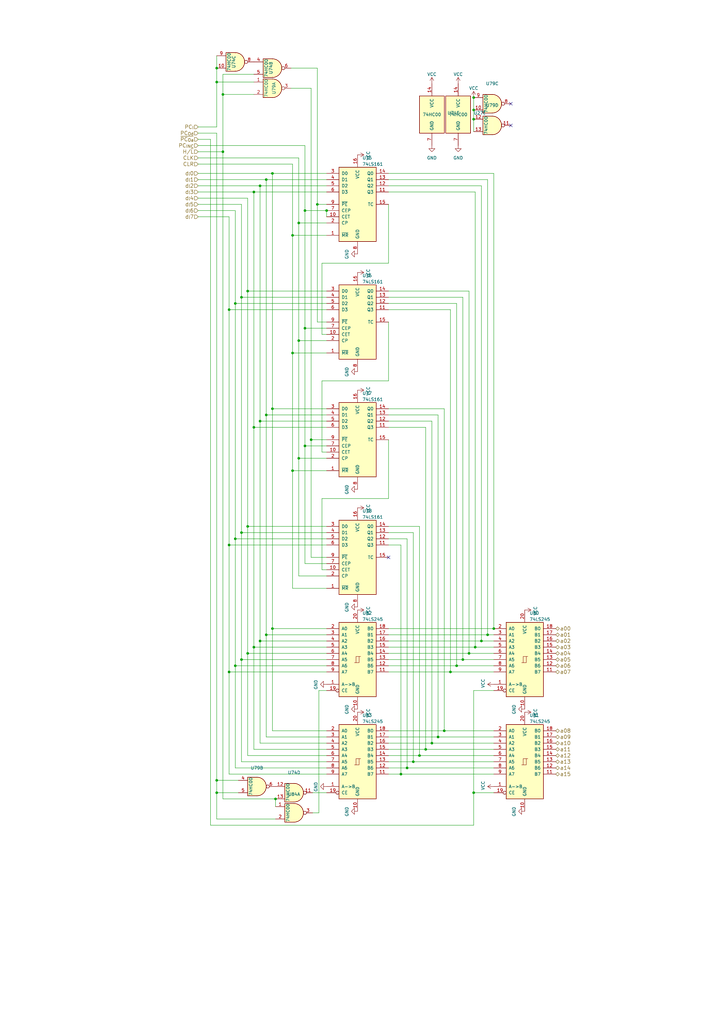
<source format=kicad_sch>
(kicad_sch (version 20230121) (generator eeschema)
  (paper "A3" portrait)
  (lib_symbols
    (symbol "74xx:74HC00" (pin_names (offset 1.016))
      (property "Reference" "U" (at 0 1.27 0))
      (property "Value" "74HC00" (at 0 -1.27 0))
      (symbol "74HC00_1_1"
        (arc (start 0 -3.81) (mid 3.7934 0) (end 0 3.81) (stroke (width 0.254)) (fill (type background)))
        (polyline (pts (xy 0 3.81) (xy -3.81 3.81) (xy -3.81 -3.81) (xy 0 -3.81)) (stroke (width 0.254)) (fill (type background)))
        (pin input line (at -7.62 2.54 0) (length 3.81) (name "~") (number "1"))
        (pin input line (at -7.62 -2.54 0) (length 3.81) (name "~") (number "2"))
        (pin output inverted (at 7.62 0 180) (length 3.81) (name "~") (number "3"))
      )
      (symbol "74HC00_1_2"
        (arc (start -3.81 -3.81) (mid -2.589 0) (end -3.81 3.81) (stroke (width 0.254)))
        (arc (start -0.6096 -3.81) (mid 2.1842 -2.5851) (end 3.81 0) (stroke (width 0.254)) (fill (type background)))
        (polyline (pts (xy -3.81 -3.81) (xy -0.635 -3.81)) (stroke (width 0.254)) (fill (type background)))
        (polyline (pts (xy -3.81 3.81) (xy -0.635 3.81)) (stroke (width 0.254)) (fill (type background)))
        (polyline (pts (xy -0.635 3.81) (xy -3.81 3.81) (xy -3.81 3.81) (xy -3.556 3.4036) (xy -3.0226 2.2606) (xy -2.6924 1.0414) (xy -2.6162 -0.254) (xy -2.7686 -1.4986) (xy -3.175 -2.7178) (xy -3.81 -3.81) (xy -3.81 -3.81) (xy -0.635 -3.81)) (stroke (width -25.4)) (fill (type background)))
        (arc (start 3.81 0) (mid 2.1915 2.5936) (end -0.6096 3.81) (stroke (width 0.254)) (fill (type background)))
        (pin input inverted (at -7.62 2.54 0) (length 4.318) (name "~") (number "1"))
        (pin input inverted (at -7.62 -2.54 0) (length 4.318) (name "~") (number "2"))
        (pin output line (at 7.62 0 180) (length 3.81) (name "~") (number "3"))
      )
      (symbol "74HC00_2_1"
        (arc (start 0 -3.81) (mid 3.7934 0) (end 0 3.81) (stroke (width 0.254)) (fill (type background)))
        (polyline (pts (xy 0 3.81) (xy -3.81 3.81) (xy -3.81 -3.81) (xy 0 -3.81)) (stroke (width 0.254)) (fill (type background)))
        (pin input line (at -7.62 2.54 0) (length 3.81) (name "~") (number "4"))
        (pin input line (at -7.62 -2.54 0) (length 3.81) (name "~") (number "5"))
        (pin output inverted (at 7.62 0 180) (length 3.81) (name "~") (number "6"))
      )
      (symbol "74HC00_2_2"
        (arc (start -3.81 -3.81) (mid -2.589 0) (end -3.81 3.81) (stroke (width 0.254)))
        (arc (start -0.6096 -3.81) (mid 2.1842 -2.5851) (end 3.81 0) (stroke (width 0.254)) (fill (type background)))
        (polyline (pts (xy -3.81 -3.81) (xy -0.635 -3.81)) (stroke (width 0.254)) (fill (type background)))
        (polyline (pts (xy -3.81 3.81) (xy -0.635 3.81)) (stroke (width 0.254)) (fill (type background)))
        (polyline (pts (xy -0.635 3.81) (xy -3.81 3.81) (xy -3.81 3.81) (xy -3.556 3.4036) (xy -3.0226 2.2606) (xy -2.6924 1.0414) (xy -2.6162 -0.254) (xy -2.7686 -1.4986) (xy -3.175 -2.7178) (xy -3.81 -3.81) (xy -3.81 -3.81) (xy -0.635 -3.81)) (stroke (width -25.4)) (fill (type background)))
        (arc (start 3.81 0) (mid 2.1915 2.5936) (end -0.6096 3.81) (stroke (width 0.254)) (fill (type background)))
        (pin input inverted (at -7.62 2.54 0) (length 4.318) (name "~") (number "4"))
        (pin input inverted (at -7.62 -2.54 0) (length 4.318) (name "~") (number "5"))
        (pin output line (at 7.62 0 180) (length 3.81) (name "~") (number "6"))
      )
      (symbol "74HC00_3_1"
        (arc (start 0 -3.81) (mid 3.7934 0) (end 0 3.81) (stroke (width 0.254)) (fill (type background)))
        (polyline (pts (xy 0 3.81) (xy -3.81 3.81) (xy -3.81 -3.81) (xy 0 -3.81)) (stroke (width 0.254)) (fill (type background)))
        (pin input line (at -7.62 -2.54 0) (length 3.81) (name "~") (number "10"))
        (pin output inverted (at 7.62 0 180) (length 3.81) (name "~") (number "8"))
        (pin input line (at -7.62 2.54 0) (length 3.81) (name "~") (number "9"))
      )
      (symbol "74HC00_3_2"
        (arc (start -3.81 -3.81) (mid -2.589 0) (end -3.81 3.81) (stroke (width 0.254)))
        (arc (start -0.6096 -3.81) (mid 2.1842 -2.5851) (end 3.81 0) (stroke (width 0.254)) (fill (type background)))
        (polyline (pts (xy -3.81 -3.81) (xy -0.635 -3.81)) (stroke (width 0.254)) (fill (type background)))
        (polyline (pts (xy -3.81 3.81) (xy -0.635 3.81)) (stroke (width 0.254)) (fill (type background)))
        (polyline (pts (xy -0.635 3.81) (xy -3.81 3.81) (xy -3.81 3.81) (xy -3.556 3.4036) (xy -3.0226 2.2606) (xy -2.6924 1.0414) (xy -2.6162 -0.254) (xy -2.7686 -1.4986) (xy -3.175 -2.7178) (xy -3.81 -3.81) (xy -3.81 -3.81) (xy -0.635 -3.81)) (stroke (width -25.4)) (fill (type background)))
        (arc (start 3.81 0) (mid 2.1915 2.5936) (end -0.6096 3.81) (stroke (width 0.254)) (fill (type background)))
        (pin input inverted (at -7.62 -2.54 0) (length 4.318) (name "~") (number "10"))
        (pin output line (at 7.62 0 180) (length 3.81) (name "~") (number "8"))
        (pin input inverted (at -7.62 2.54 0) (length 4.318) (name "~") (number "9"))
      )
      (symbol "74HC00_4_1"
        (arc (start 0 -3.81) (mid 3.7934 0) (end 0 3.81) (stroke (width 0.254)) (fill (type background)))
        (polyline (pts (xy 0 3.81) (xy -3.81 3.81) (xy -3.81 -3.81) (xy 0 -3.81)) (stroke (width 0.254)) (fill (type background)))
        (pin output inverted (at 7.62 0 180) (length 3.81) (name "~") (number "11"))
        (pin input line (at -7.62 2.54 0) (length 3.81) (name "~") (number "12"))
        (pin input line (at -7.62 -2.54 0) (length 3.81) (name "~") (number "13"))
      )
      (symbol "74HC00_4_2"
        (arc (start -3.81 -3.81) (mid -2.589 0) (end -3.81 3.81) (stroke (width 0.254)))
        (arc (start -0.6096 -3.81) (mid 2.1842 -2.5851) (end 3.81 0) (stroke (width 0.254)) (fill (type background)))
        (polyline (pts (xy -3.81 -3.81) (xy -0.635 -3.81)) (stroke (width 0.254)) (fill (type background)))
        (polyline (pts (xy -3.81 3.81) (xy -0.635 3.81)) (stroke (width 0.254)) (fill (type background)))
        (polyline (pts (xy -0.635 3.81) (xy -3.81 3.81) (xy -3.81 3.81) (xy -3.556 3.4036) (xy -3.0226 2.2606) (xy -2.6924 1.0414) (xy -2.6162 -0.254) (xy -2.7686 -1.4986) (xy -3.175 -2.7178) (xy -3.81 -3.81) (xy -3.81 -3.81) (xy -0.635 -3.81)) (stroke (width -25.4)) (fill (type background)))
        (arc (start 3.81 0) (mid 2.1915 2.5936) (end -0.6096 3.81) (stroke (width 0.254)) (fill (type background)))
        (pin output line (at 7.62 0 180) (length 3.81) (name "~") (number "11"))
        (pin input inverted (at -7.62 2.54 0) (length 4.318) (name "~") (number "12"))
        (pin input inverted (at -7.62 -2.54 0) (length 4.318) (name "~") (number "13"))
      )
      (symbol "74HC00_5_0"
        (pin power_in line (at 0 12.7 270) (length 5.08) (name "VCC") (number "14"))
        (pin power_in line (at 0 -12.7 90) (length 5.08) (name "GND") (number "7"))
      )
      (symbol "74HC00_5_1"
        (rectangle (start -5.08 7.62) (end 5.08 -7.62) (stroke (width 0.254)) (fill (type background)))
      )
    )
    (symbol "74xx:74LS161" (pin_names (offset 1.016))
      (property "Reference" "U" (at -7.62 16.51 0))
      (property "Value" "74LS161" (at -7.62 -16.51 0))
      (symbol "74LS161_1_0"
        (pin input line (at -12.7 -12.7 0) (length 5.08) (name "~{MR}") (number "1"))
        (pin input line (at -12.7 -5.08 0) (length 5.08) (name "CET") (number "10"))
        (pin output line (at 12.7 5.08 180) (length 5.08) (name "Q3") (number "11"))
        (pin output line (at 12.7 7.62 180) (length 5.08) (name "Q2") (number "12"))
        (pin output line (at 12.7 10.16 180) (length 5.08) (name "Q1") (number "13"))
        (pin output line (at 12.7 12.7 180) (length 5.08) (name "Q0") (number "14"))
        (pin output line (at 12.7 0 180) (length 5.08) (name "TC") (number "15"))
        (pin power_in line (at 0 20.32 270) (length 5.08) (name "VCC") (number "16"))
        (pin input line (at -12.7 -7.62 0) (length 5.08) (name "CP") (number "2"))
        (pin input line (at -12.7 12.7 0) (length 5.08) (name "D0") (number "3"))
        (pin input line (at -12.7 10.16 0) (length 5.08) (name "D1") (number "4"))
        (pin input line (at -12.7 7.62 0) (length 5.08) (name "D2") (number "5"))
        (pin input line (at -12.7 5.08 0) (length 5.08) (name "D3") (number "6"))
        (pin input line (at -12.7 -2.54 0) (length 5.08) (name "CEP") (number "7"))
        (pin power_in line (at 0 -20.32 90) (length 5.08) (name "GND") (number "8"))
        (pin input line (at -12.7 0 0) (length 5.08) (name "~{PE}") (number "9"))
      )
      (symbol "74LS161_1_1"
        (rectangle (start -7.62 15.24) (end 7.62 -15.24) (stroke (width 0.254)) (fill (type background)))
      )
    )
    (symbol "74xx:74LS245" (pin_names (offset 1.016))
      (property "Reference" "U" (at -7.62 16.51 0))
      (property "Value" "74LS245" (at -7.62 -16.51 0))
      (symbol "74LS245_1_0"
        (polyline (pts (xy -0.635 -1.27) (xy -0.635 1.27) (xy 0.635 1.27)))
        (polyline (pts (xy -1.27 -1.27) (xy 0.635 -1.27) (xy 0.635 1.27) (xy 1.27 1.27)))
        (pin input line (at -12.7 -10.16 0) (length 5.08) (name "A->B") (number "1"))
        (pin power_in line (at 0 -20.32 90) (length 5.08) (name "GND") (number "10"))
        (pin tri_state line (at 12.7 -5.08 180) (length 5.08) (name "B7") (number "11"))
        (pin tri_state line (at 12.7 -2.54 180) (length 5.08) (name "B6") (number "12"))
        (pin tri_state line (at 12.7 0 180) (length 5.08) (name "B5") (number "13"))
        (pin tri_state line (at 12.7 2.54 180) (length 5.08) (name "B4") (number "14"))
        (pin tri_state line (at 12.7 5.08 180) (length 5.08) (name "B3") (number "15"))
        (pin tri_state line (at 12.7 7.62 180) (length 5.08) (name "B2") (number "16"))
        (pin tri_state line (at 12.7 10.16 180) (length 5.08) (name "B1") (number "17"))
        (pin tri_state line (at 12.7 12.7 180) (length 5.08) (name "B0") (number "18"))
        (pin input inverted (at -12.7 -12.7 0) (length 5.08) (name "CE") (number "19"))
        (pin tri_state line (at -12.7 12.7 0) (length 5.08) (name "A0") (number "2"))
        (pin power_in line (at 0 20.32 270) (length 5.08) (name "VCC") (number "20"))
        (pin tri_state line (at -12.7 10.16 0) (length 5.08) (name "A1") (number "3"))
        (pin tri_state line (at -12.7 7.62 0) (length 5.08) (name "A2") (number "4"))
        (pin tri_state line (at -12.7 5.08 0) (length 5.08) (name "A3") (number "5"))
        (pin tri_state line (at -12.7 2.54 0) (length 5.08) (name "A4") (number "6"))
        (pin tri_state line (at -12.7 0 0) (length 5.08) (name "A5") (number "7"))
        (pin tri_state line (at -12.7 -2.54 0) (length 5.08) (name "A6") (number "8"))
        (pin tri_state line (at -12.7 -5.08 0) (length 5.08) (name "A7") (number "9"))
      )
      (symbol "74LS245_1_1"
        (rectangle (start -7.62 15.24) (end 7.62 -15.24) (stroke (width 0.254)) (fill (type background)))
      )
    )
    (symbol "power:GND" (power) (pin_names (offset 0))
      (property "Value" "GND" (at 0 -3.81 0))
      (symbol "GND_0_1"
        (polyline (pts (xy 0 0) (xy 0 -1.27) (xy 1.27 -1.27) (xy 0 -2.54) (xy -1.27 -1.27) (xy 0 -1.27)))
      )
      (symbol "GND_1_1"
        (pin power_in line (at 0 0 270) (length 0) hide (name "GND") (number "1"))
      )
    )
    (symbol "power:VCC" (power) (pin_names (offset 0))
      (property "Value" "VCC" (at 0 3.81 0))
      (symbol "VCC_0_1"
        (polyline (pts (xy -0.762 1.27) (xy 0 2.54)))
        (polyline (pts (xy 0 0) (xy 0 2.54)))
        (polyline (pts (xy 0 2.54) (xy 0.762 1.27)))
      )
      (symbol "VCC_1_1"
        (pin power_in line (at 0 0 90) (length 0) hide (name "VCC") (number "1"))
      )
    )
  )
  (junction (at 93.98 223.52))
  (junction (at 88.9 33.655))
  (junction (at 167.005 314.96))
  (junction (at 101.6 119.38))
  (junction (at 182.245 299.72))
  (junction (at 99.06 218.44))
  (junction (at 179.705 302.26))
  (junction (at 99.06 270.51))
  (junction (at 96.52 273.05))
  (junction (at 104.14 265.43))
  (junction (at 125.095 134.62))
  (junction (at 169.545 312.42))
  (junction (at 174.625 307.34))
  (junction (at 111.76 257.81))
  (junction (at 120.015 144.78))
  (junction (at 130.175 83.82))
  (junction (at 187.325 273.05))
  (junction (at 91.44 38.735))
  (junction (at 164.465 317.5))
  (junction (at 184.785 275.59))
  (junction (at 200.025 260.35))
  (junction (at 111.76 167.64))
  (junction (at 194.31 45.085))
  (junction (at 109.22 73.66))
  (junction (at 106.68 76.2))
  (junction (at 122.555 187.96))
  (junction (at 177.165 304.8))
  (junction (at 189.865 270.51))
  (junction (at 194.31 48.895))
  (junction (at 120.015 193.04))
  (junction (at 172.085 309.88))
  (junction (at 125.095 182.88))
  (junction (at 120.015 96.52))
  (junction (at 194.31 325.12))
  (junction (at 202.565 257.81))
  (junction (at 88.9 320.04))
  (junction (at 99.06 121.92))
  (junction (at 127.635 180.34))
  (junction (at 109.22 170.18))
  (junction (at 101.6 215.9))
  (junction (at 106.68 172.72))
  (junction (at 194.945 265.43))
  (junction (at 194.31 40.005))
  (junction (at 109.22 260.35))
  (junction (at 96.52 124.46))
  (junction (at 113.03 327.66))
  (junction (at 91.44 62.23))
  (junction (at 106.68 262.89))
  (junction (at 111.76 71.12))
  (junction (at 104.14 78.74))
  (junction (at 122.555 91.44))
  (junction (at 96.52 220.98))
  (junction (at 122.555 139.7))
  (junction (at 197.485 262.89))
  (junction (at 88.9 27.94))
  (junction (at 125.095 86.36))
  (junction (at 93.98 127))
  (junction (at 192.405 267.97))
  (junction (at 104.14 175.26))
  (junction (at 93.98 275.59))
  (junction (at 88.9 325.12))
  (junction (at 101.6 267.97))
  (junction (at 133.985 86.36))
  (no_connect (at 209.55 42.545))
  (no_connect (at 159.385 228.6))
  (no_connect (at 209.55 51.435))
  (wire (pts (xy 101.6 215.9) (xy 101.6 267.97)))
  (wire (pts (xy 93.98 127) (xy 93.98 223.52)))
  (wire (pts (xy 133.985 241.3) (xy 120.015 241.3)))
  (wire (pts (xy 194.31 325.12) (xy 194.31 338.455)))
  (wire (pts (xy 177.165 172.72) (xy 177.165 304.8)))
  (wire (pts (xy 133.985 273.05) (xy 96.52 273.05)))
  (wire (pts (xy 159.385 312.42) (xy 169.545 312.42)))
  (wire (pts (xy 109.22 260.35) (xy 109.22 302.26)))
  (wire (pts (xy 88.9 33.655) (xy 104.14 33.655)))
  (wire (pts (xy 133.985 257.81) (xy 111.76 257.81)))
  (wire (pts (xy 99.06 83.82) (xy 81.28 83.82)))
  (wire (pts (xy 133.985 302.26) (xy 109.22 302.26)))
  (wire (pts (xy 192.405 267.97) (xy 202.565 267.97)))
  (wire (pts (xy 133.985 220.98) (xy 96.52 220.98)))
  (wire (pts (xy 194.31 40.005) (xy 194.31 45.085)))
  (wire (pts (xy 202.565 325.12) (xy 194.31 325.12)))
  (wire (pts (xy 200.025 73.66) (xy 200.025 260.35)))
  (wire (pts (xy 133.985 86.36) (xy 125.095 86.36)))
  (wire (pts (xy 167.005 220.98) (xy 167.005 314.96)))
  (wire (pts (xy 120.015 67.31) (xy 120.015 96.52)))
  (wire (pts (xy 132.08 156.21) (xy 132.08 185.42)))
  (wire (pts (xy 93.98 275.59) (xy 93.98 317.5)))
  (wire (pts (xy 122.555 187.96) (xy 122.555 236.22)))
  (wire (pts (xy 187.325 273.05) (xy 202.565 273.05)))
  (wire (pts (xy 133.985 119.38) (xy 101.6 119.38)))
  (wire (pts (xy 130.81 283.21) (xy 130.81 333.375)))
  (wire (pts (xy 194.31 283.21) (xy 202.565 283.21)))
  (wire (pts (xy 179.705 302.26) (xy 202.565 302.26)))
  (wire (pts (xy 182.245 167.64) (xy 182.245 299.72)))
  (wire (pts (xy 159.385 76.2) (xy 197.485 76.2)))
  (wire (pts (xy 97.79 325.12) (xy 88.9 325.12)))
  (wire (pts (xy 122.555 64.77) (xy 81.28 64.77)))
  (wire (pts (xy 104.14 78.74) (xy 81.28 78.74)))
  (wire (pts (xy 159.385 78.74) (xy 194.945 78.74)))
  (wire (pts (xy 119.38 27.94) (xy 130.175 27.94)))
  (wire (pts (xy 101.6 119.38) (xy 101.6 81.28)))
  (wire (pts (xy 113.03 330.835) (xy 113.03 327.66)))
  (wire (pts (xy 133.985 121.92) (xy 99.06 121.92)))
  (wire (pts (xy 194.31 45.085) (xy 194.31 48.895)))
  (wire (pts (xy 133.985 167.64) (xy 111.76 167.64)))
  (wire (pts (xy 133.985 309.88) (xy 101.6 309.88)))
  (wire (pts (xy 133.985 73.66) (xy 109.22 73.66)))
  (wire (pts (xy 96.52 124.46) (xy 96.52 86.36)))
  (wire (pts (xy 133.985 312.42) (xy 99.06 312.42)))
  (wire (pts (xy 133.985 71.12) (xy 111.76 71.12)))
  (wire (pts (xy 133.985 193.04) (xy 120.015 193.04)))
  (wire (pts (xy 192.405 119.38) (xy 192.405 267.97)))
  (wire (pts (xy 104.14 78.74) (xy 104.14 175.26)))
  (wire (pts (xy 133.985 187.96) (xy 122.555 187.96)))
  (wire (pts (xy 128.27 325.12) (xy 133.985 325.12)))
  (wire (pts (xy 189.865 121.92) (xy 159.385 121.92)))
  (wire (pts (xy 159.385 132.08) (xy 159.385 156.21)))
  (wire (pts (xy 189.865 121.92) (xy 189.865 270.51)))
  (wire (pts (xy 184.785 127) (xy 184.785 275.59)))
  (wire (pts (xy 111.76 257.81) (xy 111.76 299.72)))
  (wire (pts (xy 106.68 172.72) (xy 106.68 262.89)))
  (wire (pts (xy 192.405 119.38) (xy 159.385 119.38)))
  (wire (pts (xy 88.9 27.94) (xy 88.9 22.86)))
  (wire (pts (xy 172.085 215.9) (xy 172.085 309.88)))
  (wire (pts (xy 88.9 27.94) (xy 88.9 33.655)))
  (wire (pts (xy 111.76 71.12) (xy 111.76 167.64)))
  (wire (pts (xy 133.985 223.52) (xy 93.98 223.52)))
  (wire (pts (xy 88.9 325.12) (xy 88.9 320.04)))
  (wire (pts (xy 88.9 33.655) (xy 88.9 52.07)))
  (wire (pts (xy 133.985 262.89) (xy 106.68 262.89)))
  (wire (pts (xy 182.245 299.72) (xy 202.565 299.72)))
  (wire (pts (xy 159.385 156.21) (xy 132.08 156.21)))
  (wire (pts (xy 81.28 62.23) (xy 91.44 62.23)))
  (wire (pts (xy 88.9 335.915) (xy 113.03 335.915)))
  (wire (pts (xy 133.985 304.8) (xy 106.68 304.8)))
  (wire (pts (xy 159.385 265.43) (xy 194.945 265.43)))
  (wire (pts (xy 133.985 218.44) (xy 99.06 218.44)))
  (wire (pts (xy 174.625 307.34) (xy 159.385 307.34)))
  (wire (pts (xy 133.985 299.72) (xy 111.76 299.72)))
  (wire (pts (xy 169.545 218.44) (xy 159.385 218.44)))
  (wire (pts (xy 133.985 260.35) (xy 109.22 260.35)))
  (wire (pts (xy 106.68 76.2) (xy 106.68 172.72)))
  (wire (pts (xy 133.985 182.88) (xy 125.095 182.88)))
  (wire (pts (xy 133.985 144.78) (xy 120.015 144.78)))
  (wire (pts (xy 133.985 265.43) (xy 104.14 265.43)))
  (wire (pts (xy 133.985 307.34) (xy 104.14 307.34)))
  (wire (pts (xy 194.31 48.895) (xy 194.31 53.975)))
  (wire (pts (xy 159.385 204.47) (xy 132.08 204.47)))
  (wire (pts (xy 200.025 260.35) (xy 202.565 260.35)))
  (wire (pts (xy 182.245 299.72) (xy 159.385 299.72)))
  (wire (pts (xy 101.6 267.97) (xy 101.6 309.88)))
  (wire (pts (xy 101.6 119.38) (xy 101.6 215.9)))
  (wire (pts (xy 187.325 273.05) (xy 159.385 273.05)))
  (wire (pts (xy 125.095 134.62) (xy 125.095 182.88)))
  (wire (pts (xy 133.985 134.62) (xy 125.095 134.62)))
  (wire (pts (xy 99.06 270.51) (xy 99.06 312.42)))
  (wire (pts (xy 91.44 327.66) (xy 113.03 327.66)))
  (wire (pts (xy 101.6 81.28) (xy 81.28 81.28)))
  (wire (pts (xy 122.555 139.7) (xy 122.555 187.96)))
  (wire (pts (xy 133.985 175.26) (xy 104.14 175.26)))
  (wire (pts (xy 179.705 170.18) (xy 179.705 302.26)))
  (wire (pts (xy 194.31 325.12) (xy 194.31 283.21)))
  (wire (pts (xy 159.385 304.8) (xy 177.165 304.8)))
  (wire (pts (xy 172.085 215.9) (xy 159.385 215.9)))
  (wire (pts (xy 133.985 185.42) (xy 132.08 185.42)))
  (wire (pts (xy 93.98 88.9) (xy 81.28 88.9)))
  (wire (pts (xy 104.14 265.43) (xy 104.14 307.34)))
  (wire (pts (xy 133.985 267.97) (xy 101.6 267.97)))
  (wire (pts (xy 96.52 86.36) (xy 81.28 86.36)))
  (wire (pts (xy 133.985 236.22) (xy 122.555 236.22)))
  (wire (pts (xy 120.015 144.78) (xy 120.015 193.04)))
  (wire (pts (xy 174.625 307.34) (xy 202.565 307.34)))
  (wire (pts (xy 133.985 96.52) (xy 120.015 96.52)))
  (wire (pts (xy 88.9 325.12) (xy 88.9 335.915)))
  (wire (pts (xy 130.175 27.94) (xy 130.175 83.82)))
  (wire (pts (xy 97.79 320.04) (xy 88.9 320.04)))
  (wire (pts (xy 127.635 36.195) (xy 127.635 180.34)))
  (wire (pts (xy 120.015 96.52) (xy 120.015 144.78)))
  (wire (pts (xy 159.385 262.89) (xy 197.485 262.89)))
  (wire (pts (xy 184.785 275.59) (xy 159.385 275.59)))
  (wire (pts (xy 167.005 220.98) (xy 159.385 220.98)))
  (wire (pts (xy 127.635 180.34) (xy 127.635 228.6)))
  (wire (pts (xy 133.985 139.7) (xy 122.555 139.7)))
  (wire (pts (xy 125.095 86.36) (xy 125.095 134.62)))
  (wire (pts (xy 133.985 180.34) (xy 127.635 180.34)))
  (wire (pts (xy 159.385 309.88) (xy 172.085 309.88)))
  (wire (pts (xy 125.095 59.69) (xy 81.28 59.69)))
  (wire (pts (xy 109.22 73.66) (xy 81.28 73.66)))
  (wire (pts (xy 184.785 275.59) (xy 202.565 275.59)))
  (wire (pts (xy 96.52 273.05) (xy 96.52 314.96)))
  (wire (pts (xy 174.625 175.26) (xy 159.385 175.26)))
  (wire (pts (xy 194.945 265.43) (xy 202.565 265.43)))
  (wire (pts (xy 104.14 175.26) (xy 104.14 265.43)))
  (wire (pts (xy 106.68 76.2) (xy 81.28 76.2)))
  (wire (pts (xy 109.22 170.18) (xy 109.22 260.35)))
  (wire (pts (xy 133.985 83.82) (xy 130.175 83.82)))
  (wire (pts (xy 132.08 107.95) (xy 132.08 137.16)))
  (wire (pts (xy 164.465 317.5) (xy 202.565 317.5)))
  (wire (pts (xy 133.985 270.51) (xy 99.06 270.51)))
  (wire (pts (xy 133.985 215.9) (xy 101.6 215.9)))
  (wire (pts (xy 122.555 91.44) (xy 122.555 139.7)))
  (wire (pts (xy 133.985 132.08) (xy 130.175 132.08)))
  (wire (pts (xy 81.28 57.15) (xy 86.36 57.15)))
  (wire (pts (xy 169.545 218.44) (xy 169.545 312.42)))
  (wire (pts (xy 88.9 52.07) (xy 81.28 52.07)))
  (wire (pts (xy 111.76 71.12) (xy 81.28 71.12)))
  (wire (pts (xy 159.385 73.66) (xy 200.025 73.66)))
  (wire (pts (xy 172.085 309.88) (xy 202.565 309.88)))
  (wire (pts (xy 122.555 64.77) (xy 122.555 91.44)))
  (wire (pts (xy 86.36 338.455) (xy 194.31 338.455)))
  (wire (pts (xy 93.98 127) (xy 93.98 88.9)))
  (wire (pts (xy 133.985 78.74) (xy 104.14 78.74)))
  (wire (pts (xy 125.095 231.14) (xy 133.985 231.14)))
  (wire (pts (xy 133.985 137.16) (xy 132.08 137.16)))
  (wire (pts (xy 133.985 170.18) (xy 109.22 170.18)))
  (wire (pts (xy 133.985 275.59) (xy 93.98 275.59)))
  (wire (pts (xy 125.095 182.88) (xy 125.095 231.14)))
  (wire (pts (xy 202.565 71.12) (xy 159.385 71.12)))
  (wire (pts (xy 133.985 124.46) (xy 96.52 124.46)))
  (wire (pts (xy 182.245 167.64) (xy 159.385 167.64)))
  (wire (pts (xy 194.945 78.74) (xy 194.945 265.43)))
  (wire (pts (xy 99.06 121.92) (xy 99.06 83.82)))
  (wire (pts (xy 174.625 175.26) (xy 174.625 307.34)))
  (wire (pts (xy 159.385 107.95) (xy 132.08 107.95)))
  (wire (pts (xy 128.27 333.375) (xy 130.81 333.375)))
  (wire (pts (xy 169.545 312.42) (xy 202.565 312.42)))
  (wire (pts (xy 187.325 124.46) (xy 187.325 273.05)))
  (wire (pts (xy 99.06 121.92) (xy 99.06 218.44)))
  (wire (pts (xy 179.705 302.26) (xy 159.385 302.26)))
  (wire (pts (xy 91.44 30.48) (xy 91.44 38.735)))
  (wire (pts (xy 197.485 262.89) (xy 202.565 262.89)))
  (wire (pts (xy 119.38 36.195) (xy 127.635 36.195)))
  (wire (pts (xy 167.005 314.96) (xy 202.565 314.96)))
  (wire (pts (xy 91.44 38.735) (xy 91.44 62.23)))
  (wire (pts (xy 91.44 38.735) (xy 104.14 38.735)))
  (wire (pts (xy 133.985 314.96) (xy 96.52 314.96)))
  (wire (pts (xy 159.385 260.35) (xy 200.025 260.35)))
  (wire (pts (xy 91.44 62.23) (xy 91.44 327.66)))
  (wire (pts (xy 202.565 71.12) (xy 202.565 257.81)))
  (wire (pts (xy 133.985 127) (xy 93.98 127)))
  (wire (pts (xy 133.985 86.36) (xy 133.985 88.9)))
  (wire (pts (xy 159.385 172.72) (xy 177.165 172.72)))
  (wire (pts (xy 106.68 262.89) (xy 106.68 304.8)))
  (wire (pts (xy 164.465 223.52) (xy 159.385 223.52)))
  (wire (pts (xy 187.325 124.46) (xy 159.385 124.46)))
  (wire (pts (xy 133.985 233.68) (xy 132.08 233.68)))
  (wire (pts (xy 189.865 270.51) (xy 159.385 270.51)))
  (wire (pts (xy 133.985 228.6) (xy 127.635 228.6)))
  (wire (pts (xy 111.76 167.64) (xy 111.76 257.81)))
  (wire (pts (xy 96.52 220.98) (xy 96.52 273.05)))
  (wire (pts (xy 133.985 76.2) (xy 106.68 76.2)))
  (wire (pts (xy 120.015 67.31) (xy 81.28 67.31)))
  (wire (pts (xy 93.98 223.52) (xy 93.98 275.59)))
  (wire (pts (xy 177.165 304.8) (xy 202.565 304.8)))
  (wire (pts (xy 192.405 267.97) (xy 159.385 267.97)))
  (wire (pts (xy 133.985 172.72) (xy 106.68 172.72)))
  (wire (pts (xy 164.465 223.52) (xy 164.465 317.5)))
  (wire (pts (xy 202.565 257.81) (xy 159.385 257.81)))
  (wire (pts (xy 88.9 54.61) (xy 88.9 320.04)))
  (wire (pts (xy 133.985 317.5) (xy 93.98 317.5)))
  (wire (pts (xy 120.015 193.04) (xy 120.015 241.3)))
  (wire (pts (xy 109.22 73.66) (xy 109.22 170.18)))
  (wire (pts (xy 197.485 76.2) (xy 197.485 262.89)))
  (wire (pts (xy 104.14 30.48) (xy 91.44 30.48)))
  (wire (pts (xy 159.385 83.82) (xy 159.385 107.95)))
  (wire (pts (xy 184.785 127) (xy 159.385 127)))
  (wire (pts (xy 99.06 218.44) (xy 99.06 270.51)))
  (wire (pts (xy 159.385 180.34) (xy 159.385 204.47)))
  (wire (pts (xy 132.08 204.47) (xy 132.08 233.68)))
  (wire (pts (xy 130.81 283.21) (xy 133.985 283.21)))
  (wire (pts (xy 81.28 54.61) (xy 88.9 54.61)))
  (wire (pts (xy 125.095 59.69) (xy 125.095 86.36)))
  (wire (pts (xy 96.52 124.46) (xy 96.52 220.98)))
  (wire (pts (xy 159.385 314.96) (xy 167.005 314.96)))
  (wire (pts (xy 86.36 57.15) (xy 86.36 338.455)))
  (wire (pts (xy 179.705 170.18) (xy 159.385 170.18)))
  (wire (pts (xy 159.385 317.5) (xy 164.465 317.5)))
  (wire (pts (xy 189.865 270.51) (xy 202.565 270.51)))
  (wire (pts (xy 133.985 91.44) (xy 122.555 91.44)))
  (wire (pts (xy 130.175 83.82) (xy 130.175 132.08)))
  (hierarchical_label "d_{i}0" (shape input) (at 81.28 71.12 180) (effects (font (size 1.524 1.524))))
  (hierarchical_label "d_{i}2" (shape input) (at 81.28 76.2 180) (effects (font (size 1.524 1.524))))
  (hierarchical_label "a10" (shape tri_state) (at 227.965 304.8 0) (effects (font (size 1.524 1.524))))
  (hierarchical_label "a04" (shape tri_state) (at 227.965 267.97 0) (effects (font (size 1.524 1.524))))
  (hierarchical_label "a01" (shape tri_state) (at 227.965 260.35 0) (effects (font (size 1.524 1.524))))
  (hierarchical_label "d_{i}6" (shape input) (at 81.28 86.36 180) (effects (font (size 1.524 1.524))))
  (hierarchical_label "CLK" (shape input) (at 81.28 64.77 180) (effects (font (size 1.524 1.524))))
  (hierarchical_label "a03" (shape tri_state) (at 227.965 265.43 0) (effects (font (size 1.524 1.524))))
  (hierarchical_label "a06" (shape tri_state) (at 227.965 273.05 0) (effects (font (size 1.524 1.524))))
  (hierarchical_label "a08" (shape tri_state) (at 227.965 299.72 0) (effects (font (size 1.524 1.524))))
  (hierarchical_label "~{PC_{Oa}}" (shape input) (at 81.28 57.15 180) (effects (font (size 1.524 1.524))))
  (hierarchical_label "a05" (shape tri_state) (at 227.965 270.51 0) (effects (font (size 1.524 1.524))))
  (hierarchical_label "a12" (shape tri_state) (at 227.965 309.88 0) (effects (font (size 1.524 1.524))))
  (hierarchical_label "d_{i}4" (shape input) (at 81.28 81.28 180) (effects (font (size 1.524 1.524))))
  (hierarchical_label "H{slash}~{L}" (shape input) (at 81.28 62.23 180) (effects (font (size 1.524 1.524))))
  (hierarchical_label "a11" (shape tri_state) (at 227.965 307.34 0) (effects (font (size 1.524 1.524))))
  (hierarchical_label "d_{i}5" (shape input) (at 81.28 83.82 180) (effects (font (size 1.524 1.524))))
  (hierarchical_label "d_{i}7" (shape input) (at 81.28 88.9 180) (effects (font (size 1.524 1.524))))
  (hierarchical_label "PC_{Od}" (shape input) (at 81.28 54.61 180) (effects (font (size 1.524 1.524))))
  (hierarchical_label "d_{i}3" (shape input) (at 81.28 78.74 180) (effects (font (size 1.524 1.524))))
  (hierarchical_label "d_{i}1" (shape input) (at 81.28 73.66 180) (effects (font (size 1.524 1.524))))
  (hierarchical_label "a15" (shape tri_state) (at 227.965 317.5 0) (effects (font (size 1.524 1.524))))
  (hierarchical_label "CLR" (shape input) (at 81.28 67.31 180) (effects (font (size 1.524 1.524))))
  (hierarchical_label "PC_{INC}" (shape input) (at 81.28 59.69 180) (effects (font (size 1.524 1.524))))
  (hierarchical_label "a02" (shape tri_state) (at 227.965 262.89 0) (effects (font (size 1.524 1.524))))
  (hierarchical_label "PC_{I}" (shape input) (at 81.28 52.07 180) (effects (font (size 1.524 1.524))))
  (hierarchical_label "a09" (shape tri_state) (at 227.965 302.26 0) (effects (font (size 1.524 1.524))))
  (hierarchical_label "a14" (shape tri_state) (at 227.965 314.96 0) (effects (font (size 1.524 1.524))))
  (hierarchical_label "a13" (shape tri_state) (at 227.965 312.42 0) (effects (font (size 1.524 1.524))))
  (hierarchical_label "a07" (shape tri_state) (at 227.965 275.59 0) (effects (font (size 1.524 1.524))))
  (hierarchical_label "a00" (shape tri_state) (at 227.965 257.81 0) (effects (font (size 1.524 1.524))))
  (symbol (lib_id "74xx:74HC00") (at 120.65 333.375 0) (unit 1)
    (property "Reference" "U84" (at 120.6417 325.755 0))
    (property "Value" "74HC00" (at 118.1017 333.375 90))
    (property "Datasheet" "http://www.ti.com/lit/gpn/sn74hc00" (effects hide))
  )
  (symbol (lib_id "74xx:74HC00") (at 105.41 322.58 0) (unit 2)
    (property "Reference" "U79" (at 105.4017 314.96 0))
    (property "Value" "74HC00" (at 102.8617 322.58 90))
    (property "Datasheet" "http://www.ti.com/lit/gpn/sn74hc00" (effects hide))
  )
  (symbol (lib_id "power:VCC") (at 202.565 322.58 90) (unit 1)
    (property "Reference" "#PWR0117" (effects hide))
    (property "Value" "VCC" (at 198.1708 322.199 0))
    (instances (project "8bit-computer" (path "" (reference "#PWR0117") (unit 1)) (path "" (reference "#PWR0184") (unit 1)) (path "" (reference "#PWR0262") (unit 1))))
  )
  (symbol (lib_id "power:VCC") (at 202.565 280.67 90) (unit 1)
    (property "Reference" "#PWR0117" (effects hide))
    (property "Value" "VCC" (at 198.1708 280.289 0))
    (instances (project "8bit-computer" (path "" (reference "#PWR0117") (unit 1)) (path "" (reference "#PWR0184") (unit 1)) (path "" (reference "#PWR0261") (unit 1))))
  )
  (symbol (lib_id "74xx:74HC00") (at 187.96 46.99 0) (unit 5)
    (property "Reference" "U27" (at 194.31 46.355 0) (effects (justify left)))
    (property "Value" "74HC00" (at 184.15 46.99 0) (effects (justify left)))
    (property "Datasheet" "http://www.ti.com/lit/gpn/sn74hc00" (effects hide))
  )
  (symbol (lib_id "74xx:74HC00") (at 201.93 42.545 0) (unit 3)
    (property "Reference" "U79" (at 201.9217 34.29 0))
    (property "Value" "74HC00" (at 199.3817 42.545 90))
    (property "Datasheet" "http://www.ti.com/lit/gpn/sn74hc00" (effects hide))
  )
  (symbol (lib_id "power:VCC") (at 146.685 250.19 270) (unit 1)
    (property "Reference" "#PWR0117" (effects hide))
    (property "Value" "VCC" (at 151.0792 250.571 0))
    (instances (project "8bit-computer" (path "" (reference "#PWR0117") (unit 1)) (path "" (reference "#PWR0184") (unit 1)) (path "" (reference "#PWR0263") (unit 1))))
  )
  (symbol (lib_id "74xx:74HC00") (at 96.52 25.4 0) (unit 3)
    (property "Reference" "U74" (at 95.8767 25.4 90))
    (property "Value" "74HC00" (at 93.9717 25.4 90))
    (property "Datasheet" "http://www.ti.com/lit/gpn/sn74hc00" (effects hide))
  )
  (symbol (lib_id "74xx:74LS245") (at 215.265 312.42 0) (unit 1)
    (property "Reference" "U81" (at 217.2209 293.37 0) (effects (justify left)))
    (property "Value" "74LS245" (at 217.2209 295.91 0) (effects (justify left)))
    (property "Datasheet" "http://www.ti.com/lit/gpn/sn74LS245" (effects hide))
  )
  (symbol (lib_id "power:GND") (at 133.985 322.58 270) (unit 1)
    (property "Reference" "#PWR0116" (effects hide))
    (property "Value" "GND" (at 129.5908 322.707 0))
    (instances (project "8bit-computer" (path "" (reference "#PWR0116") (unit 1)) (path "" (reference "#PWR0183") (unit 1)) (path "" (reference "#PWR0268") (unit 1))))
  )
  (symbol (lib_id "power:GND") (at 146.685 152.4 270) (unit 1)
    (property "Reference" "#PWR0114" (effects hide))
    (property "Value" "GND" (at 142.2908 152.527 0))
    (instances (project "8bit-computer" (path "" (reference "#PWR0114") (unit 1)) (path "" (reference "#PWR0181") (unit 1)) (path "" (reference "#PWR0248") (unit 1))))
  )
  (symbol (lib_id "power:GND") (at 146.685 290.83 270) (unit 1)
    (property "Reference" "#PWR0116" (effects hide))
    (property "Value" "GND" (at 142.2908 290.957 0))
    (instances (project "8bit-computer" (path "" (reference "#PWR0116") (unit 1)) (path "" (reference "#PWR0183") (unit 1)) (path "" (reference "#PWR0264") (unit 1))))
  )
  (symbol (lib_id "74xx:74HC00") (at 120.65 325.12 0) (unit 4)
    (property "Reference" "U74" (at 120.6417 316.865 0))
    (property "Value" "74HC00" (at 118.1017 324.993 90))
    (property "Datasheet" "http://www.ti.com/lit/gpn/sn74hc00" (effects hide))
  )
  (symbol (lib_id "power:GND") (at 215.265 332.74 270) (unit 1)
    (property "Reference" "#PWR0116" (effects hide))
    (property "Value" "GND" (at 210.8708 332.867 0))
    (instances (project "8bit-computer" (path "" (reference "#PWR0116") (unit 1)) (path "" (reference "#PWR0183") (unit 1)) (path "" (reference "#PWR0259") (unit 1))))
  )
  (symbol (lib_id "74xx:74LS161") (at 146.685 132.08 0) (unit 1)
    (property "Reference" "U76" (at 148.6409 113.03 0) (effects (justify left)))
    (property "Value" "74LS161" (at 148.6409 115.57 0) (effects (justify left)))
    (property "Datasheet" "http://www.ti.com/lit/gpn/sn74LS161" (effects hide))
  )
  (symbol (lib_id "74xx:74LS245") (at 146.685 312.42 0) (unit 1)
    (property "Reference" "U83" (at 148.6409 293.37 0) (effects (justify left)))
    (property "Value" "74LS245" (at 148.6409 295.91 0) (effects (justify left)))
    (property "Datasheet" "http://www.ti.com/lit/gpn/sn74LS245" (effects hide))
  )
  (symbol (lib_id "74xx:74LS161") (at 146.685 180.34 0) (unit 1)
    (property "Reference" "U77" (at 148.6409 161.29 0) (effects (justify left)))
    (property "Value" "74LS161" (at 148.6409 163.83 0) (effects (justify left)))
    (property "Datasheet" "http://www.ti.com/lit/gpn/sn74LS161" (effects hide))
  )
  (symbol (lib_id "power:VCC") (at 146.685 292.1 270) (unit 1)
    (property "Reference" "#PWR0117" (effects hide))
    (property "Value" "VCC" (at 151.0792 292.481 0))
    (instances (project "8bit-computer" (path "" (reference "#PWR0117") (unit 1)) (path "" (reference "#PWR0184") (unit 1)) (path "" (reference "#PWR0265") (unit 1))))
  )
  (symbol (lib_id "74xx:74LS245") (at 215.265 270.51 0) (unit 1)
    (property "Reference" "U80" (at 217.2209 251.46 0) (effects (justify left)))
    (property "Value" "74LS245" (at 217.2209 254 0) (effects (justify left)))
    (property "Datasheet" "http://www.ti.com/lit/gpn/sn74LS245" (effects hide))
  )
  (symbol (lib_id "74xx:74HC00") (at 177.165 46.99 0) (unit 5)
    (property "Reference" "U74" (at 183.515 46.355 0) (effects (justify left)))
    (property "Value" "74HC00" (at 173.355 46.99 0) (effects (justify left)))
    (property "Datasheet" "http://www.ti.com/lit/gpn/sn74hc00" (effects hide))
  )
  (symbol (lib_id "74xx:74HC00") (at 111.76 36.195 0) (unit 1)
    (property "Reference" "U79" (at 112.3867 38.735 90) (effects (justify left)))
    (property "Value" "74HC00" (at 109.2117 40.005 90) (effects (justify left)))
    (property "Datasheet" "http://www.ti.com/lit/gpn/sn74hc00" (effects hide))
  )
  (symbol (lib_id "power:VCC") (at 146.685 208.28 270) (unit 1)
    (property "Reference" "#PWR0117" (effects hide))
    (property "Value" "VCC" (at 151.0792 208.661 0))
    (instances (project "8bit-computer" (path "" (reference "#PWR0117") (unit 1)) (path "" (reference "#PWR0184") (unit 1)) (path "" (reference "#PWR0253") (unit 1))))
  )
  (symbol (lib_id "power:GND") (at 146.685 104.14 270) (unit 1)
    (property "Reference" "#PWR0112" (effects hide))
    (property "Value" "GND" (at 142.2908 104.267 0))
    (instances (project "8bit-computer" (path "" (reference "#PWR0112") (unit 1)) (path "" (reference "#PWR0179") (unit 1)) (path "" (reference "#PWR093") (unit 1))))
  )
  (symbol (lib_id "power:VCC") (at 177.165 34.29 0) (unit 1)
    (property "Reference" "#PWR0269" (effects hide))
    (property "Value" "VCC" (at 177.165 30.48 0))
  )
  (symbol (lib_id "power:VCC") (at 146.685 111.76 270) (unit 1)
    (property "Reference" "#PWR0113" (effects hide))
    (property "Value" "VCC" (at 151.0792 112.141 0))
    (instances (project "8bit-computer" (path "" (reference "#PWR0113") (unit 1)) (path "" (reference "#PWR0180") (unit 1)) (path "" (reference "#PWR094") (unit 1))))
  )
  (symbol (lib_id "power:VCC") (at 215.265 292.1 270) (unit 1)
    (property "Reference" "#PWR0117" (effects hide))
    (property "Value" "VCC" (at 219.6592 292.481 0))
    (instances (project "8bit-computer" (path "" (reference "#PWR0117") (unit 1)) (path "" (reference "#PWR0184") (unit 1)) (path "" (reference "#PWR0258") (unit 1))))
  )
  (symbol (lib_id "74xx:74LS161") (at 146.685 228.6 0) (unit 1)
    (property "Reference" "U78" (at 148.6409 209.55 0) (effects (justify left)))
    (property "Value" "74LS161" (at 148.6409 212.09 0) (effects (justify left)))
    (property "Datasheet" "http://www.ti.com/lit/gpn/sn74LS161" (effects hide))
  )
  (symbol (lib_id "power:GND") (at 146.685 248.92 270) (unit 1)
    (property "Reference" "#PWR0118" (effects hide))
    (property "Value" "GND" (at 142.2908 249.047 0))
    (instances (project "8bit-computer" (path "" (reference "#PWR0118") (unit 1)) (path "" (reference "#PWR0185") (unit 1)) (path "" (reference "#PWR0254") (unit 1))))
  )
  (symbol (lib_id "power:GND") (at 187.96 59.69 0) (unit 1)
    (property "Reference" "#PWR0256" (effects hide))
    (property "Value" "GND" (at 187.96 64.77 0))
  )
  (symbol (lib_id "power:VCC") (at 146.685 63.5 270) (unit 1)
    (property "Reference" "#PWR0111" (effects hide))
    (property "Value" "VCC" (at 151.0792 63.881 0))
    (instances (project "8bit-computer" (path "" (reference "#PWR0111") (unit 1)) (path "" (reference "#PWR058") (unit 1)) (path "" (reference "#PWR092") (unit 1))))
  )
  (symbol (lib_id "power:GND") (at 215.265 290.83 270) (unit 1)
    (property "Reference" "#PWR0116" (effects hide))
    (property "Value" "GND" (at 210.8708 290.957 0))
    (instances (project "8bit-computer" (path "" (reference "#PWR0116") (unit 1)) (path "" (reference "#PWR0183") (unit 1)) (path "" (reference "#PWR0257") (unit 1))))
  )
  (symbol (lib_id "power:VCC") (at 146.685 160.02 270) (unit 1)
    (property "Reference" "#PWR0115" (effects hide))
    (property "Value" "VCC" (at 151.0792 160.401 0))
    (instances (project "8bit-computer" (path "" (reference "#PWR0115") (unit 1)) (path "" (reference "#PWR0182") (unit 1)) (path "" (reference "#PWR0251") (unit 1))))
  )
  (symbol (lib_id "74xx:74HC00") (at 111.76 27.94 0) (unit 2)
    (property "Reference" "U74" (at 111.1167 30.48 90) (effects (justify left)))
    (property "Value" "74HC00" (at 109.2117 31.75 90) (effects (justify left)))
    (property "Datasheet" "http://www.ti.com/lit/gpn/sn74hc00" (effects hide))
  )
  (symbol (lib_id "74xx:74LS245") (at 146.685 270.51 0) (unit 1)
    (property "Reference" "U82" (at 148.6409 251.46 0) (effects (justify left)))
    (property "Value" "74LS245" (at 148.6409 254 0) (effects (justify left)))
    (property "Datasheet" "http://www.ti.com/lit/gpn/sn74LS245" (effects hide))
  )
  (symbol (lib_id "power:VCC") (at 194.31 40.005 0) (unit 1)
    (property "Reference" "#PWR0271" (effects hide))
    (property "Value" "VCC" (at 194.31 36.195 0))
  )
  (symbol (lib_id "power:GND") (at 146.685 200.66 270) (unit 1)
    (property "Reference" "#PWR0116" (effects hide))
    (property "Value" "GND" (at 142.2908 200.787 0))
    (instances (project "8bit-computer" (path "" (reference "#PWR0116") (unit 1)) (path "" (reference "#PWR0183") (unit 1)) (path "" (reference "#PWR0252") (unit 1))))
  )
  (symbol (lib_id "power:VCC") (at 187.96 34.29 0) (unit 1)
    (property "Reference" "#PWR0255" (effects hide))
    (property "Value" "VCC" (at 187.96 30.48 0))
  )
  (symbol (lib_id "power:VCC") (at 215.265 250.19 270) (unit 1)
    (property "Reference" "#PWR0117" (effects hide))
    (property "Value" "VCC" (at 219.6592 250.571 0))
    (instances (project "8bit-computer" (path "" (reference "#PWR0117") (unit 1)) (path "" (reference "#PWR0184") (unit 1)) (path "" (reference "#PWR0260") (unit 1))))
  )
  (symbol (lib_id "power:GND") (at 146.685 332.74 270) (unit 1)
    (property "Reference" "#PWR0116" (effects hide))
    (property "Value" "GND" (at 142.2908 332.867 0))
    (instances (project "8bit-computer" (path "" (reference "#PWR0116") (unit 1)) (path "" (reference "#PWR0183") (unit 1)) (path "" (reference "#PWR0266") (unit 1))))
  )
  (symbol (lib_id "power:GND") (at 133.985 280.67 270) (unit 1)
    (property "Reference" "#PWR0116" (effects hide))
    (property "Value" "GND" (at 129.5908 280.797 0))
    (instances (project "8bit-computer" (path "" (reference "#PWR0116") (unit 1)) (path "" (reference "#PWR0183") (unit 1)) (path "" (reference "#PWR0267") (unit 1))))
  )
  (symbol (lib_id "74xx:74HC00") (at 201.93 51.435 0) (unit 4)
    (property "Reference" "U79" (at 201.9217 43.18 0))
    (property "Value" "74HC00" (at 199.3817 51.435 90))
    (property "Datasheet" "http://www.ti.com/lit/gpn/sn74hc00" (effects hide))
  )
  (symbol (lib_id "74xx:74LS161") (at 146.685 83.82 0) (unit 1)
    (property "Reference" "U75" (at 148.6409 64.77 0) (effects (justify left)))
    (property "Value" "74LS161" (at 148.6409 67.31 0) (effects (justify left)))
    (property "Datasheet" "http://www.ti.com/lit/gpn/sn74LS161" (effects hide))
  )
  (symbol (lib_id "power:GND") (at 177.165 59.69 0) (unit 1)
    (property "Reference" "#PWR0270" (effects hide))
    (property "Value" "GND" (at 177.165 64.77 0))
  )
)
</source>
